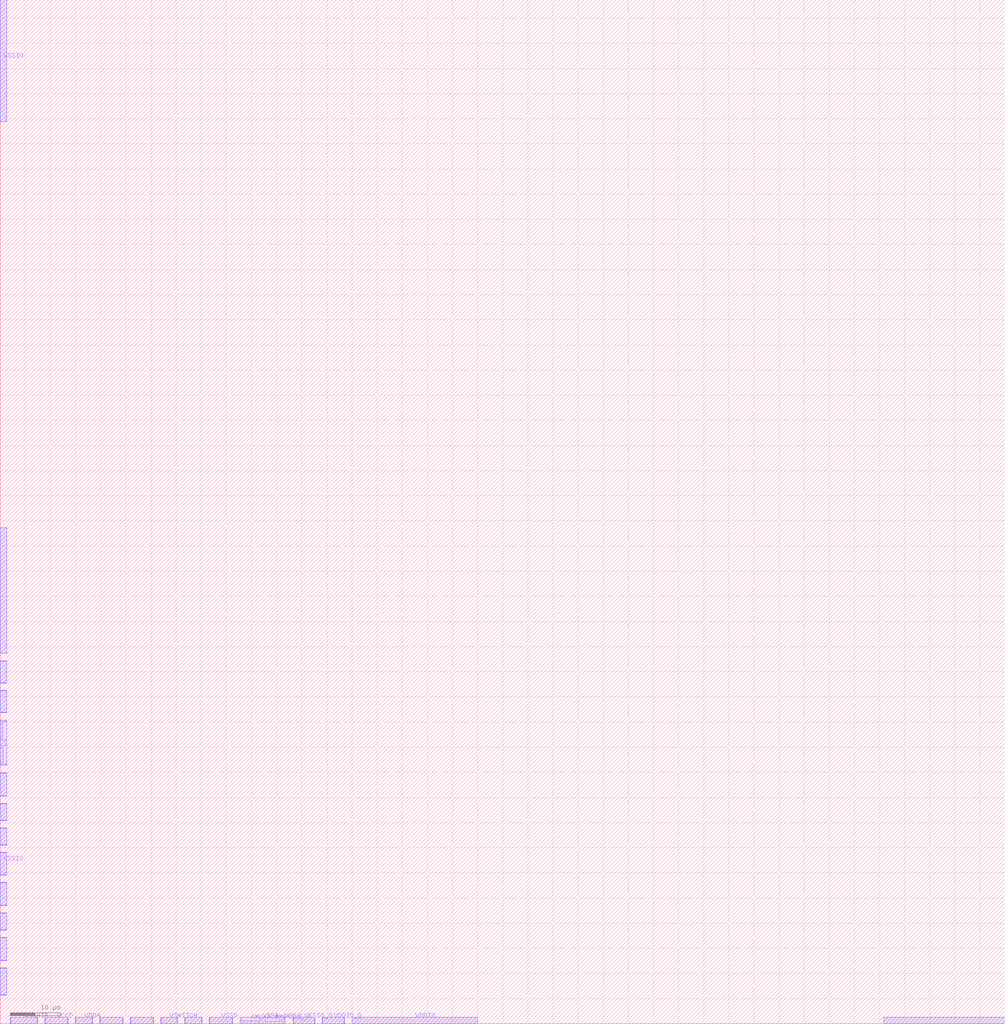
<source format=lef>
# Copyright 2020 The SkyWater PDK Authors
#
# Licensed under the Apache License, Version 2.0 (the "License");
# you may not use this file except in compliance with the License.
# You may obtain a copy of the License at
#
#     https://www.apache.org/licenses/LICENSE-2.0
#
# Unless required by applicable law or agreed to in writing, software
# distributed under the License is distributed on an "AS IS" BASIS,
# WITHOUT WARRANTIES OR CONDITIONS OF ANY KIND, either express or implied.
# See the License for the specific language governing permissions and
# limitations under the License.
#
# SPDX-License-Identifier: Apache-2.0

VERSION 5.5 ;
NAMESCASESENSITIVE ON ;
BUSBITCHARS "[]" ;
DIVIDERCHAR "/" ;
MACRO sky130_fd_io__corner_bus_overlay
  CLASS PAD ;
  ORIGIN  0.000000  0.000000 ;
  FOREIGN sky130_fd_io__corner_bus_overlay  0.000000  0.000000 ;
  SIZE 200 BY  203.6650 ;
  SYMMETRY X Y R90 ;
  PIN AMUXBUS_A
    DIRECTION INOUT ;
    USE POWER ;
    PORT
      LAYER met4 ;
        RECT  0.000000 56.790000  0.500000 59.770000 ;
        RECT 53.125000  0.000000 56.105000  0.500000 ;
    END
  END AMUXBUS_A
  PIN AMUXBUS_B
    DIRECTION INOUT ;
    USE POWER ;
    PORT
      LAYER met4 ;
        RECT  0.000000 52.030000  0.575000 55.010000 ;
        RECT 48.365000  0.000000 51.345000  0.575000 ;
    END
  END AMUXBUS_B
  PIN VCCD
    DIRECTION INOUT ;
    USE POWER ;
    PORT
      LAYER met4 ;
        RECT 0.000000 12.550000 1.270000 17.200000 ;
      LAYER met4 ;
        RECT 8.885000 0.000000 13.535000 1.270000 ;
      LAYER met5 ;
        RECT 0.000000 12.650000 1.270000 17.100000 ;
      LAYER met5 ;
        RECT 8.985000 0.000000 13.435000 1.270000 ;
    END
  END VCCD
  PIN VCCHIB
    DIRECTION INOUT ;
    USE POWER ;
    PORT
      LAYER met4 ;
        RECT 0.000000 5.700000 1.270000 11.150000 ;
      LAYER met4 ;
        RECT 2.035000 0.000000 7.485000 1.270000 ;
      LAYER met5 ;
        RECT 0.000000 5.800000 1.270000 11.050000 ;
      LAYER met5 ;
        RECT 2.135000 0.000000 7.385000 1.270000 ;
    END
  END VCCHIB
  PIN VDDA
    DIRECTION INOUT ;
    USE POWER ;
    PORT
      LAYER met4 ;
        RECT 0.000000 18.600000 1.255000 22.050000 ;
      LAYER met4 ;
        RECT 14.935000 0.000000 18.385000 1.255000 ;
      LAYER met5 ;
        RECT 0.000000 18.700000 1.255000 21.950000 ;
      LAYER met5 ;
        RECT 15.035000 0.000000 18.285000 1.255000 ;
    END
  END VDDA
  PIN VDDIO
    DIRECTION INOUT ;
    USE POWER ;
    PORT
      LAYER met4 ;
        RECT 0.000000 23.450000 1.270000 28.100000 ;
      LAYER met4 ;
        RECT 0.000000 73.705000 1.270000 98.665000 ;
      LAYER met4 ;
        RECT 19.785000 0.000000 24.435000 1.270000 ;
        RECT 70.040000 0.000000 95.000000 1.270000 ;
      LAYER met5 ;
        RECT 0.000000 23.550000 1.270000 28.000000 ;
        RECT 0.000000 73.700000 1.270000 98.650000 ;
      LAYER met5 ;
        RECT 19.885000 0.000000 24.335000 1.270000 ;
        RECT 70.035000 0.000000 94.985000 1.270000 ;
    END
  END VDDIO
  PIN VDDIO_Q
    DIRECTION INOUT ;
    USE POWER ;
    PORT
      LAYER met4 ;
        RECT 0.000000 67.750000 1.270000 72.200000 ;
      LAYER met4 ;
        RECT 64.085000 0.000000 68.535000 1.270000 ;
      LAYER met5 ;
        RECT  0.000000 67.850000  1.270000 72.100000 ;
        RECT 64.185000  0.000000 68.435000  1.270000 ;
    END
  END VDDIO_Q
  PIN VSSA
    DIRECTION INOUT ;
    USE GROUND ;
    PORT
      LAYER met4 ;
        RECT 0.000000 40.400000 1.270000 43.850000 ;
      LAYER met4 ;
        RECT 0.000000 51.400000 1.270000 51.730000 ;
        RECT 0.000000 55.310000 1.270000 56.490000 ;
        RECT 0.000000 60.070000 1.270000 60.400000 ;
      LAYER met4 ;
        RECT 36.735000 0.000000 40.185000 1.270000 ;
        RECT 47.735000 0.000000 48.065000 1.270000 ;
        RECT 51.645000 0.000000 52.825000 1.270000 ;
        RECT 56.405000 0.000000 56.735000 1.270000 ;
      LAYER met5 ;
        RECT 0.000000 40.505000 1.270000 43.750000 ;
      LAYER met5 ;
        RECT 0.000000 51.400000 1.270000 60.400000 ;
      LAYER met5 ;
        RECT 36.840000 0.000000 40.085000 1.270000 ;
        RECT 47.735000 0.000000 56.735000 1.270000 ;
    END
  END VSSA
  PIN VSSD
    DIRECTION INOUT ;
    USE GROUND ;
    PORT
      LAYER met4 ;
        RECT 0.000000 45.250000 1.270000 49.900000 ;
      LAYER met4 ;
        RECT 41.585000 0.000000 46.235000 1.270000 ;
      LAYER met5 ;
        RECT  0.000000 45.350000  1.270000 49.800000 ;
        RECT 41.685000  0.000000 46.135000  1.270000 ;
    END
  END VSSD
  PIN VSSIO
    DIRECTION INOUT ;
    USE GROUND ;
    PORT
      LAYER met4 ;
        RECT  25.835000 0.000000  30.485000 1.270000 ;
        RECT 175.785000 0.000000 200.000000 1.270000 ;
      LAYER met4 ;
        RECT 0.000000 179.450000 1.270000 203.665000 ;
      LAYER met4 ;
        RECT 0.000000 29.500000 1.270000 34.150000 ;
      LAYER met5 ;
        RECT  25.935000 0.000000  30.385000 1.270000 ;
        RECT 175.785000 0.000000 200.000000 1.270000 ;
      LAYER met5 ;
        RECT 0.000000  29.600000 1.270000  34.050000 ;
        RECT 0.000000 179.450000 1.270000 203.665000 ;
    END
  END VSSIO
  PIN VSSIO_Q
    DIRECTION INOUT ;
    USE GROUND ;
    PORT
      LAYER met4 ;
        RECT 0.000000 61.900000 1.270000 66.350000 ;
      LAYER met4 ;
        RECT 58.235000 0.000000 62.685000 1.270000 ;
      LAYER met5 ;
        RECT  0.000000 62.000000  1.270000 66.250000 ;
        RECT 58.335000  0.000000 62.585000  1.270000 ;
    END
  END VSSIO_Q
  PIN VSWITCH
    DIRECTION INOUT ;
    USE POWER ;
    PORT
      LAYER met4 ;
        RECT 0.000000 35.550000 1.270000 39.000000 ;
      LAYER met4 ;
        RECT 31.885000 0.000000 35.335000 1.270000 ;
      LAYER met5 ;
        RECT 0.000000 35.650000 1.270000 38.900000 ;
      LAYER met5 ;
        RECT 31.985000 0.000000 35.235000 1.270000 ;
    END
  END VSWITCH
END sky130_fd_io__corner_bus_overlay
END LIBRARY

</source>
